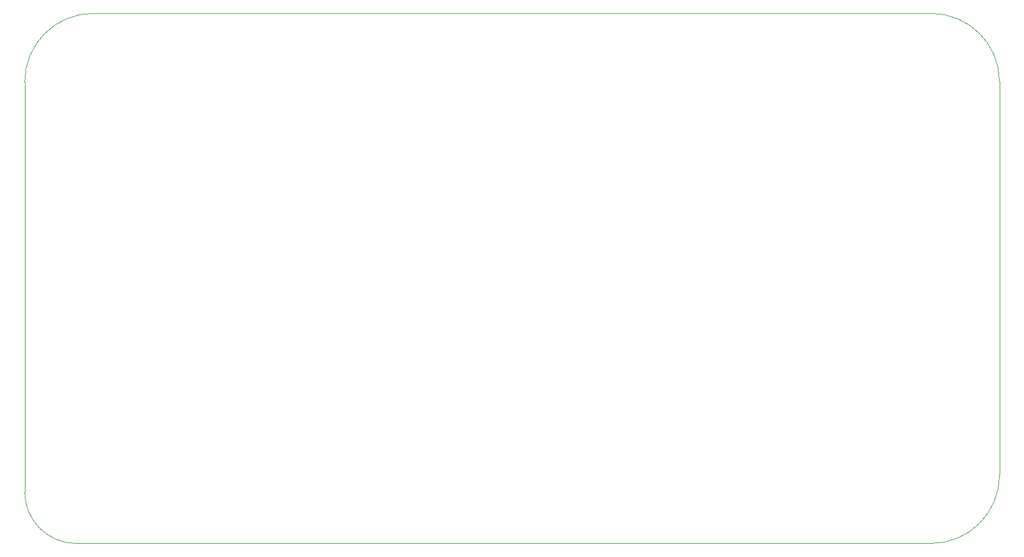
<source format=gbr>
%TF.GenerationSoftware,KiCad,Pcbnew,(6.0.9)*%
%TF.CreationDate,2022-12-21T20:26:07+07:00*%
%TF.ProjectId,3_phase_firing,335f7068-6173-4655-9f66-6972696e672e,rev?*%
%TF.SameCoordinates,Original*%
%TF.FileFunction,Profile,NP*%
%FSLAX46Y46*%
G04 Gerber Fmt 4.6, Leading zero omitted, Abs format (unit mm)*
G04 Created by KiCad (PCBNEW (6.0.9)) date 2022-12-21 20:26:07*
%MOMM*%
%LPD*%
G01*
G04 APERTURE LIST*
%TA.AperFunction,Profile*%
%ADD10C,0.100000*%
%TD*%
G04 APERTURE END LIST*
D10*
X82500000Y-42500000D02*
G75*
G03*
X72500000Y-52500000I0J-10000000D01*
G01*
X72500000Y-52500000D02*
X72500000Y-112500000D01*
X215000000Y-52500000D02*
X215000000Y-110000000D01*
X72500000Y-112500000D02*
G75*
G03*
X80000000Y-120000000I7500000J0D01*
G01*
X205000000Y-120000000D02*
G75*
G03*
X215000000Y-110000000I0J10000000D01*
G01*
X82500000Y-42500000D02*
X205000000Y-42500000D01*
X215000000Y-52500000D02*
G75*
G03*
X205000000Y-42500000I-10000000J0D01*
G01*
X80000000Y-120000000D02*
X205000000Y-120000000D01*
M02*

</source>
